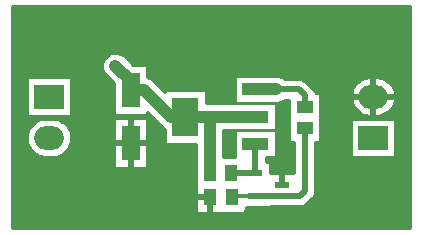
<source format=gtl>
G04 DipTrace 2.4.0.2*
%INLaserreguv2.GTL*%
%MOMM*%
%ADD10C,0.25*%
%ADD13C,0.33*%
%ADD14C,0.5*%
%ADD15C,1.0*%
%ADD19R,1.3X0.6*%
%ADD20R,2.5X2.0*%
%ADD21O,2.5X2.0*%
%ADD24R,1.6X3.0*%
%ADD25R,2.2X3.3*%
%ADD26R,2.2X1.0*%
%ADD27R,1.1X1.4*%
%ADD28R,1.4X1.1*%
%FSLAX53Y53*%
G04*
G71*
G90*
G75*
G01*
%LNTop*%
%LPD*%
X19200Y5300D2*
D14*
X19250Y5250D1*
X21250D1*
Y7750D1*
Y12350D2*
D3*
D15*
X23059D1*
D14*
X24950D1*
X25450Y11850D1*
Y10900D1*
X19250Y3250D2*
D13*
X19350Y3350D1*
X21250D1*
X25450Y9100D2*
D14*
Y3750D1*
X25050Y3350D1*
X21250D1*
X9411Y14339D2*
D15*
X10700Y13050D1*
Y12300D1*
X15350Y10050D2*
X17400D1*
X21250D1*
X10700Y12300D2*
X11850D1*
X14100Y10050D1*
X15350D1*
X17400Y5300D2*
Y10050D1*
X23059Y12350D3*
X9411Y14339D3*
X5950Y7600D3*
X650Y19128D2*
D10*
X34350D1*
X650Y18882D2*
X34350D1*
X650Y18635D2*
X34350D1*
X650Y18388D2*
X34350D1*
X650Y18142D2*
X34350D1*
X650Y17895D2*
X34350D1*
X650Y17648D2*
X34350D1*
X650Y17402D2*
X34350D1*
X650Y17155D2*
X34350D1*
X650Y16908D2*
X34350D1*
X650Y16662D2*
X34350D1*
X650Y16415D2*
X34350D1*
X650Y16168D2*
X34350D1*
X650Y15922D2*
X34350D1*
X650Y15675D2*
X34350D1*
X650Y15428D2*
X9067D1*
X9754D2*
X34350D1*
X650Y15182D2*
X8625D1*
X10195D2*
X34350D1*
X650Y14935D2*
X8422D1*
X10445D2*
X34350D1*
X650Y14688D2*
X8305D1*
X10691D2*
X34350D1*
X650Y14442D2*
X8254D1*
X10937D2*
X34350D1*
X650Y14195D2*
X8262D1*
X12160D2*
X34350D1*
X650Y13948D2*
X8321D1*
X12160D2*
X34350D1*
X650Y13702D2*
X8446D1*
X12160D2*
X34350D1*
X650Y13455D2*
X8664D1*
X12160D2*
X19489D1*
X23343D2*
X34350D1*
X650Y13208D2*
X1891D1*
X5711D2*
X8911D1*
X12554D2*
X19489D1*
X25191D2*
X30235D1*
X32265D2*
X34350D1*
X650Y12962D2*
X1891D1*
X5711D2*
X9161D1*
X12820D2*
X19489D1*
X25613D2*
X29879D1*
X32621D2*
X34350D1*
X650Y12715D2*
X1891D1*
X5711D2*
X9239D1*
X13066D2*
X19489D1*
X25863D2*
X29657D1*
X32843D2*
X34350D1*
X650Y12468D2*
X1891D1*
X5711D2*
X9239D1*
X13312D2*
X19489D1*
X26109D2*
X29508D1*
X32992D2*
X34350D1*
X650Y12222D2*
X1891D1*
X5711D2*
X9239D1*
X17109D2*
X19489D1*
X26277D2*
X29411D1*
X33089D2*
X34350D1*
X650Y11975D2*
X1891D1*
X5711D2*
X9239D1*
X17109D2*
X19489D1*
X26808D2*
X29356D1*
X33144D2*
X34350D1*
X650Y11728D2*
X1891D1*
X5711D2*
X9239D1*
X17109D2*
X19489D1*
X26808D2*
X29340D1*
X33160D2*
X34350D1*
X650Y11482D2*
X1891D1*
X5711D2*
X9239D1*
X17109D2*
X19489D1*
X26808D2*
X29364D1*
X33136D2*
X34350D1*
X650Y11235D2*
X1891D1*
X5711D2*
X9239D1*
X17109D2*
X19489D1*
X23296D2*
X24090D1*
X26808D2*
X29422D1*
X33078D2*
X34350D1*
X650Y10988D2*
X1891D1*
X5711D2*
X9239D1*
X23011D2*
X24090D1*
X26808D2*
X29528D1*
X32972D2*
X34350D1*
X650Y10742D2*
X1891D1*
X5711D2*
X9239D1*
X23011D2*
X24090D1*
X26808D2*
X29688D1*
X32812D2*
X34350D1*
X650Y10495D2*
X1891D1*
X5711D2*
X9239D1*
X23011D2*
X24090D1*
X26808D2*
X29926D1*
X32574D2*
X34350D1*
X650Y10248D2*
X1891D1*
X5711D2*
X9239D1*
X12160D2*
X12271D1*
X23011D2*
X24090D1*
X26808D2*
X30329D1*
X32171D2*
X34350D1*
X650Y10002D2*
X12520D1*
X23011D2*
X24090D1*
X26808D2*
X34350D1*
X650Y9755D2*
X2887D1*
X4714D2*
X9239D1*
X12160D2*
X12766D1*
X23011D2*
X24090D1*
X26808D2*
X29340D1*
X33160D2*
X34350D1*
X650Y9508D2*
X2481D1*
X5117D2*
X9239D1*
X12160D2*
X13012D1*
X23011D2*
X24090D1*
X26808D2*
X29340D1*
X33160D2*
X34350D1*
X650Y9262D2*
X2243D1*
X5359D2*
X9239D1*
X12160D2*
X13258D1*
X23011D2*
X24090D1*
X26808D2*
X29340D1*
X33160D2*
X34350D1*
X650Y9015D2*
X2079D1*
X5519D2*
X9239D1*
X12160D2*
X13590D1*
X23011D2*
X24090D1*
X26808D2*
X29340D1*
X33160D2*
X34350D1*
X650Y8768D2*
X1973D1*
X5625D2*
X9239D1*
X12160D2*
X13590D1*
X18558D2*
X19489D1*
X23011D2*
X24090D1*
X26808D2*
X29340D1*
X33160D2*
X34350D1*
X650Y8522D2*
X1914D1*
X5687D2*
X9239D1*
X12160D2*
X13590D1*
X18558D2*
X19489D1*
X23011D2*
X24090D1*
X26808D2*
X29340D1*
X33160D2*
X34350D1*
X650Y8275D2*
X1891D1*
X5711D2*
X9239D1*
X12160D2*
X13590D1*
X18558D2*
X19489D1*
X23011D2*
X24090D1*
X26808D2*
X29340D1*
X33160D2*
X34350D1*
X650Y8028D2*
X1907D1*
X5695D2*
X9239D1*
X12160D2*
X13590D1*
X18558D2*
X19489D1*
X23011D2*
X24090D1*
X26808D2*
X29340D1*
X33160D2*
X34350D1*
X650Y7782D2*
X1957D1*
X5640D2*
X9239D1*
X12160D2*
X13590D1*
X18558D2*
X19489D1*
X23011D2*
X24539D1*
X26359D2*
X29340D1*
X33160D2*
X34350D1*
X650Y7535D2*
X2055D1*
X5546D2*
X9239D1*
X12160D2*
X16239D1*
X18558D2*
X19489D1*
X23011D2*
X24539D1*
X26359D2*
X29340D1*
X33160D2*
X34350D1*
X650Y7288D2*
X2204D1*
X5398D2*
X9239D1*
X12160D2*
X16239D1*
X18558D2*
X19489D1*
X23011D2*
X24539D1*
X26359D2*
X29340D1*
X33160D2*
X34350D1*
X650Y7042D2*
X2422D1*
X5175D2*
X9239D1*
X12160D2*
X16239D1*
X18558D2*
X19489D1*
X23011D2*
X24539D1*
X26359D2*
X29340D1*
X33160D2*
X34350D1*
X650Y6795D2*
X2782D1*
X4820D2*
X9239D1*
X12160D2*
X16239D1*
X18558D2*
X19489D1*
X23011D2*
X24539D1*
X26359D2*
X29340D1*
X33160D2*
X34350D1*
X650Y6548D2*
X9239D1*
X12160D2*
X16192D1*
X22160D2*
X24539D1*
X26359D2*
X34350D1*
X650Y6302D2*
X9239D1*
X12160D2*
X16192D1*
X22160D2*
X24539D1*
X26359D2*
X34350D1*
X650Y6055D2*
X9239D1*
X12160D2*
X16192D1*
X22558D2*
X24539D1*
X26359D2*
X34350D1*
X650Y5808D2*
X9239D1*
X12160D2*
X16192D1*
X22558D2*
X24539D1*
X26359D2*
X34350D1*
X650Y5562D2*
X16192D1*
X22558D2*
X24539D1*
X26359D2*
X34350D1*
X650Y5315D2*
X16192D1*
X22558D2*
X24539D1*
X26359D2*
X34350D1*
X650Y5068D2*
X16192D1*
X26359D2*
X34350D1*
X650Y4822D2*
X16192D1*
X26359D2*
X34350D1*
X650Y4575D2*
X16192D1*
X26359D2*
X34350D1*
X650Y4328D2*
X16192D1*
X26359D2*
X34350D1*
X650Y4082D2*
X16192D1*
X26359D2*
X34350D1*
X650Y3835D2*
X16239D1*
X26359D2*
X34350D1*
X650Y3588D2*
X16239D1*
X26343D2*
X34350D1*
X650Y3342D2*
X16239D1*
X26261D2*
X34350D1*
X650Y3095D2*
X16239D1*
X26070D2*
X34350D1*
X650Y2848D2*
X16239D1*
X25824D2*
X34350D1*
X650Y2602D2*
X16239D1*
X25546D2*
X34350D1*
X650Y2355D2*
X16239D1*
X20461D2*
X34350D1*
X650Y2108D2*
X16239D1*
X20461D2*
X34350D1*
X650Y1862D2*
X34350D1*
X650Y1615D2*
X34350D1*
X650Y1368D2*
X34350D1*
X650Y1122D2*
X34350D1*
X650Y875D2*
X34350D1*
X650Y628D2*
X34350D1*
X22133Y6185D2*
X22535D1*
X22540Y5235D1*
X24566D1*
X24565Y7918D1*
X24115Y7915D1*
X24119Y10285D1*
X24115Y10715D1*
Y11469D1*
X23766Y11465D1*
X23602Y11353D1*
X23489Y11299D1*
X23371Y11259D1*
X23249Y11231D1*
X23059Y11215D1*
X19515D1*
Y13485D1*
X22985Y13481D1*
X23059Y13485D1*
X23184Y13478D1*
X23307Y13458D1*
X23428Y13424D1*
X23543Y13377D1*
X23653Y13317D1*
X23759Y13244D1*
X23934Y13235D1*
X24950D1*
X25075Y13226D1*
X25197Y13200D1*
X25314Y13157D1*
X25424Y13097D1*
X25576Y12976D1*
X26076Y12476D1*
X26158Y12381D1*
X26225Y12277D1*
X26292Y12122D1*
X26365Y12085D1*
X26785D1*
X26781Y9715D1*
X26785Y9285D1*
Y7915D1*
X26336D1*
X26335Y3750D1*
X26326Y3625D1*
X26300Y3503D1*
X26257Y3386D1*
X26197Y3276D1*
X26076Y3124D1*
X25676Y2724D1*
X25581Y2642D1*
X25477Y2575D1*
X25363Y2522D1*
X25244Y2486D1*
X25050Y2465D1*
X22538D1*
X22535Y2415D1*
X20437D1*
X20435Y1915D1*
X18065Y1919D1*
X17985Y1915D1*
X16265D1*
Y3966D1*
X16215Y3965D1*
Y6635D1*
X16266D1*
X16265Y7765D1*
X13615D1*
Y9027D1*
X13443Y9125D1*
X13297Y9247D1*
X12135Y10410D1*
Y10165D1*
X9265D1*
Y12880D1*
X8525Y13630D1*
X8452Y13731D1*
X8391Y13840D1*
X8343Y13955D1*
X8307Y14075D1*
X8285Y14198D1*
X8276Y14323D1*
X8281Y14447D1*
X8300Y14571D1*
X8332Y14692D1*
X8377Y14808D1*
X8435Y14919D1*
X8505Y15023D1*
X8586Y15118D1*
X8676Y15204D1*
X8776Y15280D1*
X8883Y15344D1*
X8996Y15396D1*
X9115Y15435D1*
X9237Y15461D1*
X9362Y15473D1*
X9487Y15472D1*
X9611Y15456D1*
X9732Y15428D1*
X9850Y15386D1*
X9962Y15331D1*
X10068Y15265D1*
X10214Y15142D1*
X10918Y14437D1*
X12135Y14435D1*
Y13400D1*
X12289Y13347D1*
X12401Y13292D1*
X12507Y13225D1*
X12653Y13103D1*
X13615Y12140D1*
Y12335D1*
X17085D1*
Y11183D1*
X17900Y11185D1*
X22985D1*
Y8915D1*
X19515Y8919D1*
X19250Y8915D1*
X18535D1*
Y6632D1*
X18585Y6631D1*
X19015Y6635D1*
X19519D1*
X19515Y7365D1*
Y8885D1*
X22985D1*
Y6615D1*
X22137D1*
X22135Y6184D1*
X2040Y13385D2*
X5685D1*
Y10115D1*
X1915D1*
Y13385D1*
X2040D1*
X3552Y6616D2*
X3369Y6625D1*
X3123Y6672D1*
X2888Y6755D1*
X2668Y6873D1*
X2468Y7024D1*
X2294Y7203D1*
X2150Y7406D1*
X2037Y7629D1*
X1960Y7867D1*
X1921Y8114D1*
X1919Y8363D1*
X1955Y8611D1*
X2029Y8849D1*
X2138Y9074D1*
X2280Y9279D1*
X2451Y9461D1*
X2649Y9614D1*
X2867Y9735D1*
X3101Y9822D1*
X3346Y9872D1*
X3550Y9885D1*
X4050Y9881D1*
X4220Y9876D1*
X4466Y9831D1*
X4702Y9750D1*
X4922Y9633D1*
X5123Y9484D1*
X5298Y9306D1*
X5445Y9104D1*
X5558Y8881D1*
X5637Y8644D1*
X5678Y8398D1*
X5685Y8250D1*
X5666Y8001D1*
X5609Y7758D1*
X5516Y7526D1*
X5389Y7311D1*
X5230Y7118D1*
X5044Y6952D1*
X4835Y6816D1*
X4607Y6713D1*
X4366Y6646D1*
X4118Y6616D1*
X3550Y6615D1*
Y6619D1*
X9290Y9935D2*
X12135D1*
Y5665D1*
X9265D1*
Y9935D1*
X9290D1*
X29490Y9885D2*
X33135D1*
Y6615D1*
X29365D1*
Y9885D1*
X29490D1*
X31030Y10115D2*
X30819Y10125D1*
X30622Y10159D1*
X30430Y10217D1*
X30248Y10298D1*
X30076Y10401D1*
X29918Y10524D1*
X29777Y10665D1*
X29654Y10822D1*
X29551Y10993D1*
X29469Y11176D1*
X29410Y11367D1*
X29376Y11564D1*
X29365Y11763D1*
X29379Y11963D1*
X29417Y12159D1*
X29479Y12349D1*
X29563Y12530D1*
X29669Y12700D1*
X29795Y12855D1*
X29939Y12994D1*
X30099Y13114D1*
X30272Y13214D1*
X30456Y13292D1*
X30648Y13347D1*
X30845Y13378D1*
X31050Y13385D1*
X31620Y13381D1*
X31818Y13354D1*
X32012Y13303D1*
X32197Y13229D1*
X32372Y13133D1*
X32535Y13016D1*
X32681Y12880D1*
X32810Y12728D1*
X32920Y12560D1*
X33008Y12381D1*
X33074Y12192D1*
X33116Y11997D1*
X33134Y11798D1*
X33128Y11600D1*
X33098Y11403D1*
X33043Y11210D1*
X32966Y11026D1*
X32867Y10853D1*
X32747Y10693D1*
X32609Y10548D1*
X32454Y10422D1*
X32285Y10316D1*
X32104Y10231D1*
X31914Y10168D1*
X31718Y10130D1*
X31518Y10115D1*
X31000Y10116D1*
X625Y19250D2*
Y625D1*
X34375D1*
Y19375D1*
X625D1*
Y19250D1*
X23550Y5235D2*
D14*
Y4300D1*
X10700Y9935D2*
Y5665D1*
X9265Y7800D2*
X12135D1*
X17450Y3250D2*
Y1915D1*
X16265Y3250D2*
X17450D1*
X31250Y13385D2*
Y10115D1*
X29365Y11750D2*
X33135D1*
D19*
X21250Y5250D3*
Y3350D3*
X23550Y4300D3*
D20*
X3800Y11750D3*
D21*
Y8250D3*
D24*
X10700Y12300D3*
Y7800D3*
D27*
X17400Y5300D3*
X19200D3*
D28*
X25450Y10900D3*
Y9100D3*
D27*
X19250Y3250D3*
X17450D3*
D25*
X15350Y10050D3*
D26*
X21250Y7750D3*
Y10050D3*
Y12350D3*
D20*
X31250Y8250D3*
D21*
Y11750D3*
M02*

</source>
